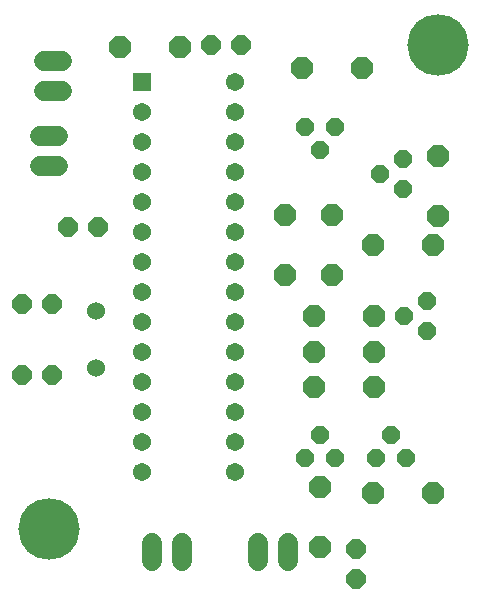
<source format=gbr>
G04 EAGLE Gerber RS-274X export*
G75*
%MOMM*%
%FSLAX34Y34*%
%LPD*%
%INSoldermask Top*%
%IPPOS*%
%AMOC8*
5,1,8,0,0,1.08239X$1,22.5*%
G01*
%ADD10C,5.203200*%
%ADD11P,1.759533X8X202.500000*%
%ADD12P,1.759533X8X22.500000*%
%ADD13P,1.759533X8X292.500000*%
%ADD14C,1.524000*%
%ADD15P,1.649562X8X202.500000*%
%ADD16P,1.649562X8X112.500000*%
%ADD17P,1.649562X8X22.500000*%
%ADD18P,2.034460X8X202.500000*%
%ADD19P,2.034460X8X292.500000*%
%ADD20P,2.034460X8X22.500000*%
%ADD21R,1.541200X1.541200*%
%ADD22C,1.541200*%
%ADD23C,1.711200*%


D10*
X380000Y470000D03*
X50000Y60000D03*
D11*
X52700Y190000D03*
X27300Y190000D03*
X52700Y250000D03*
X27300Y250000D03*
D12*
X187300Y470000D03*
X212700Y470000D03*
D11*
X91800Y315500D03*
X66400Y315500D03*
D13*
X310000Y42700D03*
X310000Y17300D03*
D14*
X90000Y195870D03*
X90000Y244130D03*
D15*
X267300Y400000D03*
X280000Y380950D03*
X292700Y400000D03*
D16*
X350000Y372700D03*
X330950Y360000D03*
X350000Y347300D03*
X370000Y252700D03*
X350950Y240000D03*
X370000Y227300D03*
D17*
X352700Y120000D03*
X340000Y139050D03*
X327300Y120000D03*
X292700Y120000D03*
X280000Y139050D03*
X267300Y120000D03*
D18*
X161500Y468200D03*
X110700Y468200D03*
X375400Y90000D03*
X324600Y90000D03*
D19*
X280000Y95400D03*
X280000Y44600D03*
D18*
X325400Y180000D03*
X274600Y180000D03*
X325400Y210000D03*
X274600Y210000D03*
X325400Y240000D03*
X274600Y240000D03*
D19*
X290000Y325400D03*
X290000Y274600D03*
X250000Y325400D03*
X250000Y274600D03*
D20*
X264600Y450000D03*
X315400Y450000D03*
D19*
X380000Y375400D03*
X380000Y324600D03*
D20*
X324600Y300000D03*
X375400Y300000D03*
D21*
X129330Y438300D03*
D22*
X129330Y412900D03*
X129330Y387500D03*
X129330Y362100D03*
X129330Y336700D03*
X129330Y311300D03*
X129330Y285900D03*
X129330Y260500D03*
X129330Y235100D03*
X129330Y209700D03*
X129330Y184300D03*
X129330Y158900D03*
X129330Y133500D03*
X129330Y108100D03*
X208070Y108100D03*
X208070Y133500D03*
X208070Y158900D03*
X208070Y184300D03*
X208070Y209700D03*
X208070Y235100D03*
X208070Y260500D03*
X208070Y285900D03*
X208070Y311300D03*
X208070Y336700D03*
X208070Y362100D03*
X208070Y387500D03*
X208070Y412900D03*
X208070Y438300D03*
D23*
X227300Y47540D02*
X227300Y32460D01*
X252700Y32460D02*
X252700Y47540D01*
X57540Y392700D02*
X42460Y392700D01*
X42460Y367300D02*
X57540Y367300D01*
X61040Y456100D02*
X45960Y456100D01*
X45960Y430700D02*
X61040Y430700D01*
X137300Y47540D02*
X137300Y32460D01*
X162700Y32460D02*
X162700Y47540D01*
M02*

</source>
